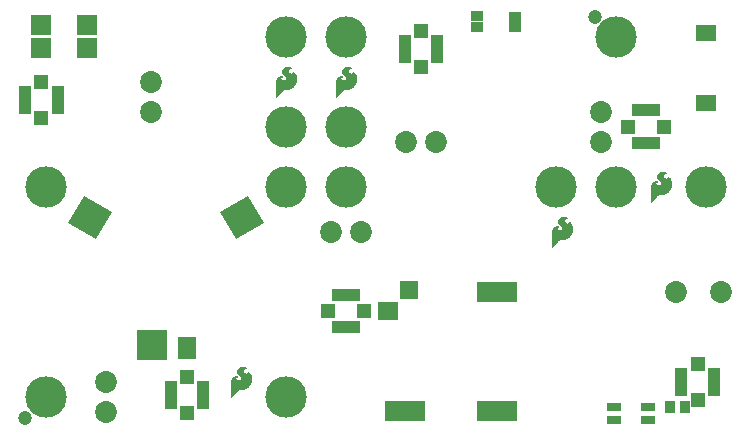
<source format=gts>
G75*
%MOIN*%
%OFA0B0*%
%FSLAX25Y25*%
%IPPOS*%
%LPD*%
%AMOC8*
5,1,8,0,0,1.08239X$1,22.5*
%
%ADD10C,0.13800*%
%ADD11C,0.04737*%
%ADD12R,0.04146X0.09461*%
%ADD13R,0.04737X0.04934*%
%ADD14R,0.10249X0.10249*%
%ADD15R,0.10643X0.10643*%
%ADD16R,0.06312X0.07650*%
%ADD17R,0.13398X0.07099*%
%ADD18R,0.05918X0.05997*%
%ADD19R,0.07139X0.05918*%
%ADD20R,0.09461X0.04146*%
%ADD21R,0.04934X0.04737*%
%ADD22R,0.05131X0.02769*%
%ADD23R,0.03556X0.04343*%
%ADD24R,0.06863X0.06863*%
%ADD25R,0.07139X0.05721*%
%ADD26R,0.03950X0.07099*%
%ADD27R,0.03950X0.03359*%
%ADD28C,0.00300*%
%ADD29C,0.07300*%
D10*
X0103333Y0165000D03*
X0183333Y0165000D03*
X0183333Y0235000D03*
X0203333Y0235000D03*
X0203333Y0255000D03*
X0183333Y0255000D03*
X0183333Y0285000D03*
X0203333Y0285000D03*
X0273333Y0235000D03*
X0293333Y0235000D03*
X0323333Y0235000D03*
X0293333Y0285000D03*
X0103333Y0235000D03*
D11*
X0096333Y0158000D03*
X0286333Y0291500D03*
D12*
X0233747Y0281000D03*
X0222920Y0281000D03*
X0107247Y0264000D03*
X0096420Y0264000D03*
X0144920Y0165500D03*
X0155747Y0165500D03*
X0315148Y0170000D03*
X0325975Y0170000D03*
D13*
X0320562Y0163996D03*
X0320562Y0176004D03*
X0228333Y0274996D03*
X0228333Y0287004D03*
X0101833Y0270004D03*
X0101833Y0257996D03*
X0150333Y0171504D03*
X0150333Y0159496D03*
D14*
X0138609Y0182323D03*
D15*
G36*
X0125234Y0226593D02*
X0119913Y0217378D01*
X0110698Y0222699D01*
X0116019Y0231914D01*
X0125234Y0226593D01*
G37*
G36*
X0166753Y0217378D02*
X0161432Y0226593D01*
X0170647Y0231914D01*
X0175968Y0222699D01*
X0166753Y0217378D01*
G37*
D16*
X0150223Y0181339D03*
D17*
X0222959Y0160079D03*
X0253707Y0160079D03*
X0253707Y0199921D03*
D18*
X0224377Y0200472D03*
D19*
X0217349Y0193386D03*
D20*
X0203333Y0188087D03*
X0203333Y0198913D03*
X0303333Y0249587D03*
X0303333Y0260413D03*
D21*
X0297329Y0255000D03*
X0309337Y0255000D03*
X0209337Y0193500D03*
X0197329Y0193500D03*
D22*
X0292625Y0161665D03*
X0292625Y0157335D03*
X0304042Y0157335D03*
X0304042Y0161665D03*
D23*
X0311274Y0161500D03*
X0316392Y0161500D03*
D24*
X0117010Y0281181D03*
X0117010Y0288819D03*
X0101656Y0288819D03*
X0101656Y0281181D03*
D25*
X0323333Y0286311D03*
X0323333Y0262689D03*
D26*
X0259633Y0290000D03*
D27*
X0247034Y0288130D03*
X0247034Y0291870D03*
D28*
X0206432Y0272319D02*
X0206156Y0272752D01*
X0205841Y0273106D01*
X0205526Y0273303D01*
X0205526Y0272949D01*
X0205487Y0272831D01*
X0205448Y0272752D01*
X0205329Y0272634D01*
X0205211Y0272594D01*
X0205093Y0272594D01*
X0204778Y0272673D01*
X0204621Y0272752D01*
X0204503Y0272831D01*
X0204345Y0272949D01*
X0204109Y0273185D01*
X0203951Y0273421D01*
X0203912Y0273579D01*
X0203912Y0273815D01*
X0203951Y0273933D01*
X0203991Y0274012D01*
X0204070Y0274130D01*
X0204227Y0274248D01*
X0204385Y0274327D01*
X0204581Y0274366D01*
X0204739Y0274406D01*
X0204975Y0274406D01*
X0205054Y0274366D01*
X0205093Y0274366D01*
X0205054Y0274406D01*
X0204896Y0274524D01*
X0204345Y0274799D01*
X0203991Y0274878D01*
X0203597Y0274878D01*
X0203164Y0274799D01*
X0202731Y0274563D01*
X0202377Y0274287D01*
X0202180Y0273972D01*
X0202062Y0273618D01*
X0202062Y0273303D01*
X0202140Y0272949D01*
X0202337Y0272594D01*
X0202613Y0272280D01*
X0202928Y0271925D01*
X0203203Y0271650D01*
X0203322Y0271335D01*
X0203322Y0271059D01*
X0203243Y0270823D01*
X0203085Y0270626D01*
X0202849Y0270469D01*
X0202534Y0270390D01*
X0202219Y0270390D01*
X0202022Y0270429D01*
X0201825Y0270508D01*
X0201589Y0270744D01*
X0201510Y0270862D01*
X0201471Y0270980D01*
X0201471Y0271138D01*
X0201510Y0271256D01*
X0201747Y0271492D01*
X0201865Y0271531D01*
X0202022Y0271610D01*
X0202062Y0271650D01*
X0201904Y0271728D01*
X0201432Y0271728D01*
X0201196Y0271689D01*
X0200999Y0271650D01*
X0200802Y0271571D01*
X0200644Y0271453D01*
X0200448Y0271295D01*
X0200211Y0270902D01*
X0200133Y0270626D01*
X0200093Y0270311D01*
X0200093Y0264917D01*
X0200290Y0265114D01*
X0200408Y0265311D01*
X0200605Y0265508D01*
X0200802Y0265744D01*
X0201274Y0266217D01*
X0201747Y0266768D01*
X0202140Y0267161D01*
X0202534Y0267398D01*
X0202770Y0267437D01*
X0203518Y0267437D01*
X0203991Y0267516D01*
X0204424Y0267634D01*
X0204818Y0267791D01*
X0205211Y0268028D01*
X0205526Y0268303D01*
X0205841Y0268618D01*
X0206117Y0268972D01*
X0206510Y0269681D01*
X0206707Y0270429D01*
X0206747Y0271098D01*
X0206629Y0271728D01*
X0206432Y0272319D01*
X0206433Y0272315D02*
X0202582Y0272315D01*
X0202327Y0272613D02*
X0205017Y0272613D01*
X0205268Y0272613D02*
X0206244Y0272613D01*
X0206014Y0272912D02*
X0205514Y0272912D01*
X0205526Y0273210D02*
X0205675Y0273210D01*
X0204394Y0272912D02*
X0202161Y0272912D01*
X0202082Y0273210D02*
X0204092Y0273210D01*
X0203930Y0273509D02*
X0202062Y0273509D01*
X0202125Y0273808D02*
X0203912Y0273808D01*
X0204054Y0274106D02*
X0202263Y0274106D01*
X0202527Y0274405D02*
X0204735Y0274405D01*
X0204977Y0274405D02*
X0205055Y0274405D01*
X0204537Y0274703D02*
X0202988Y0274703D01*
X0202847Y0272016D02*
X0206533Y0272016D01*
X0206631Y0271718D02*
X0203135Y0271718D01*
X0203290Y0271419D02*
X0206687Y0271419D01*
X0206743Y0271121D02*
X0203322Y0271121D01*
X0203242Y0270822D02*
X0206730Y0270822D01*
X0206713Y0270524D02*
X0202932Y0270524D01*
X0201809Y0270524D02*
X0200120Y0270524D01*
X0200093Y0270225D02*
X0206654Y0270225D01*
X0206575Y0269927D02*
X0200093Y0269927D01*
X0200093Y0269628D02*
X0206481Y0269628D01*
X0206315Y0269330D02*
X0200093Y0269330D01*
X0200093Y0269031D02*
X0206149Y0269031D01*
X0205930Y0268733D02*
X0200093Y0268733D01*
X0200093Y0268434D02*
X0205657Y0268434D01*
X0205335Y0268136D02*
X0200093Y0268136D01*
X0200093Y0267837D02*
X0204894Y0267837D01*
X0204075Y0267539D02*
X0200093Y0267539D01*
X0200093Y0267240D02*
X0202272Y0267240D01*
X0201921Y0266942D02*
X0200093Y0266942D01*
X0200093Y0266643D02*
X0201640Y0266643D01*
X0201384Y0266345D02*
X0200093Y0266345D01*
X0200093Y0266046D02*
X0201104Y0266046D01*
X0200805Y0265748D02*
X0200093Y0265748D01*
X0200093Y0265449D02*
X0200546Y0265449D01*
X0200312Y0265151D02*
X0200093Y0265151D01*
X0200189Y0270822D02*
X0201537Y0270822D01*
X0201471Y0271121D02*
X0200343Y0271121D01*
X0200603Y0271419D02*
X0201674Y0271419D01*
X0201925Y0271718D02*
X0201369Y0271718D01*
X0186747Y0271098D02*
X0186629Y0271728D01*
X0186432Y0272319D01*
X0186156Y0272752D01*
X0185841Y0273106D01*
X0185526Y0273303D01*
X0185526Y0272949D01*
X0185487Y0272831D01*
X0185448Y0272752D01*
X0185329Y0272634D01*
X0185211Y0272594D01*
X0185093Y0272594D01*
X0184778Y0272673D01*
X0184621Y0272752D01*
X0184503Y0272831D01*
X0184345Y0272949D01*
X0184109Y0273185D01*
X0183951Y0273421D01*
X0183912Y0273579D01*
X0183912Y0273815D01*
X0183951Y0273933D01*
X0183991Y0274012D01*
X0184070Y0274130D01*
X0184227Y0274248D01*
X0184385Y0274327D01*
X0184581Y0274366D01*
X0184739Y0274406D01*
X0184975Y0274406D01*
X0185054Y0274366D01*
X0185093Y0274366D01*
X0185054Y0274406D01*
X0184896Y0274524D01*
X0184345Y0274799D01*
X0183991Y0274878D01*
X0183597Y0274878D01*
X0183164Y0274799D01*
X0182731Y0274563D01*
X0182377Y0274287D01*
X0182180Y0273972D01*
X0182062Y0273618D01*
X0182062Y0273303D01*
X0182140Y0272949D01*
X0182337Y0272594D01*
X0182613Y0272280D01*
X0182928Y0271925D01*
X0183203Y0271650D01*
X0183322Y0271335D01*
X0183322Y0271059D01*
X0183243Y0270823D01*
X0183085Y0270626D01*
X0182849Y0270469D01*
X0182534Y0270390D01*
X0182219Y0270390D01*
X0182022Y0270429D01*
X0181825Y0270508D01*
X0181589Y0270744D01*
X0181510Y0270862D01*
X0181471Y0270980D01*
X0181471Y0271138D01*
X0181510Y0271256D01*
X0181747Y0271492D01*
X0181865Y0271531D01*
X0182022Y0271610D01*
X0182062Y0271650D01*
X0181904Y0271728D01*
X0181432Y0271728D01*
X0181196Y0271689D01*
X0180999Y0271650D01*
X0180802Y0271571D01*
X0180644Y0271453D01*
X0180448Y0271295D01*
X0180211Y0270902D01*
X0180133Y0270626D01*
X0180093Y0270311D01*
X0180093Y0264917D01*
X0180290Y0265114D01*
X0180408Y0265311D01*
X0180605Y0265508D01*
X0180802Y0265744D01*
X0181274Y0266217D01*
X0181747Y0266768D01*
X0182140Y0267161D01*
X0182534Y0267398D01*
X0182770Y0267437D01*
X0183518Y0267437D01*
X0183991Y0267516D01*
X0184424Y0267634D01*
X0184818Y0267791D01*
X0185211Y0268028D01*
X0185526Y0268303D01*
X0185841Y0268618D01*
X0186117Y0268972D01*
X0186510Y0269681D01*
X0186707Y0270429D01*
X0186747Y0271098D01*
X0186743Y0271121D02*
X0183322Y0271121D01*
X0183290Y0271419D02*
X0186687Y0271419D01*
X0186631Y0271718D02*
X0183135Y0271718D01*
X0182847Y0272016D02*
X0186533Y0272016D01*
X0186433Y0272315D02*
X0182582Y0272315D01*
X0182327Y0272613D02*
X0185017Y0272613D01*
X0185268Y0272613D02*
X0186244Y0272613D01*
X0186014Y0272912D02*
X0185514Y0272912D01*
X0185526Y0273210D02*
X0185675Y0273210D01*
X0184394Y0272912D02*
X0182161Y0272912D01*
X0182082Y0273210D02*
X0184092Y0273210D01*
X0183930Y0273509D02*
X0182062Y0273509D01*
X0182125Y0273808D02*
X0183912Y0273808D01*
X0184054Y0274106D02*
X0182263Y0274106D01*
X0182527Y0274405D02*
X0184735Y0274405D01*
X0184977Y0274405D02*
X0185055Y0274405D01*
X0184537Y0274703D02*
X0182988Y0274703D01*
X0181925Y0271718D02*
X0181369Y0271718D01*
X0181674Y0271419D02*
X0180603Y0271419D01*
X0180343Y0271121D02*
X0181471Y0271121D01*
X0181537Y0270822D02*
X0180189Y0270822D01*
X0180120Y0270524D02*
X0181809Y0270524D01*
X0182932Y0270524D02*
X0186713Y0270524D01*
X0186730Y0270822D02*
X0183242Y0270822D01*
X0180093Y0270225D02*
X0186654Y0270225D01*
X0186575Y0269927D02*
X0180093Y0269927D01*
X0180093Y0269628D02*
X0186481Y0269628D01*
X0186315Y0269330D02*
X0180093Y0269330D01*
X0180093Y0269031D02*
X0186149Y0269031D01*
X0185930Y0268733D02*
X0180093Y0268733D01*
X0180093Y0268434D02*
X0185657Y0268434D01*
X0185335Y0268136D02*
X0180093Y0268136D01*
X0180093Y0267837D02*
X0184894Y0267837D01*
X0184075Y0267539D02*
X0180093Y0267539D01*
X0180093Y0267240D02*
X0182272Y0267240D01*
X0181921Y0266942D02*
X0180093Y0266942D01*
X0180093Y0266643D02*
X0181640Y0266643D01*
X0181384Y0266345D02*
X0180093Y0266345D01*
X0180093Y0266046D02*
X0181104Y0266046D01*
X0180805Y0265748D02*
X0180093Y0265748D01*
X0180093Y0265449D02*
X0180546Y0265449D01*
X0180312Y0265151D02*
X0180093Y0265151D01*
X0272211Y0220902D02*
X0272133Y0220626D01*
X0272093Y0220311D01*
X0272093Y0214917D01*
X0272290Y0215114D01*
X0272408Y0215311D01*
X0272605Y0215508D01*
X0272802Y0215744D01*
X0273274Y0216217D01*
X0273747Y0216768D01*
X0274140Y0217161D01*
X0274534Y0217398D01*
X0274770Y0217437D01*
X0275518Y0217437D01*
X0275991Y0217516D01*
X0276424Y0217634D01*
X0276818Y0217791D01*
X0277211Y0218028D01*
X0277526Y0218303D01*
X0277841Y0218618D01*
X0278117Y0218972D01*
X0278510Y0219681D01*
X0278707Y0220429D01*
X0278747Y0221098D01*
X0278629Y0221728D01*
X0278432Y0222319D01*
X0278156Y0222752D01*
X0277841Y0223106D01*
X0277526Y0223303D01*
X0277526Y0222949D01*
X0277487Y0222831D01*
X0277448Y0222752D01*
X0277329Y0222634D01*
X0277211Y0222594D01*
X0277093Y0222594D01*
X0276778Y0222673D01*
X0276621Y0222752D01*
X0276503Y0222831D01*
X0276345Y0222949D01*
X0276109Y0223185D01*
X0275951Y0223421D01*
X0275912Y0223579D01*
X0275912Y0223815D01*
X0275951Y0223933D01*
X0275991Y0224012D01*
X0276070Y0224130D01*
X0276227Y0224248D01*
X0276385Y0224327D01*
X0276581Y0224366D01*
X0276739Y0224406D01*
X0276975Y0224406D01*
X0277054Y0224366D01*
X0277093Y0224366D01*
X0277054Y0224406D01*
X0276896Y0224524D01*
X0276345Y0224799D01*
X0275991Y0224878D01*
X0275597Y0224878D01*
X0275164Y0224799D01*
X0274731Y0224563D01*
X0274377Y0224287D01*
X0274180Y0223972D01*
X0274062Y0223618D01*
X0274062Y0223303D01*
X0274140Y0222949D01*
X0274337Y0222594D01*
X0274613Y0222280D01*
X0274928Y0221925D01*
X0275203Y0221650D01*
X0275322Y0221335D01*
X0275322Y0221059D01*
X0275243Y0220823D01*
X0275085Y0220626D01*
X0274849Y0220469D01*
X0274534Y0220390D01*
X0274219Y0220390D01*
X0274022Y0220429D01*
X0273825Y0220508D01*
X0273589Y0220744D01*
X0273510Y0220862D01*
X0273471Y0220980D01*
X0273471Y0221138D01*
X0273510Y0221256D01*
X0273747Y0221492D01*
X0273865Y0221531D01*
X0274022Y0221610D01*
X0274062Y0221650D01*
X0273904Y0221728D01*
X0273432Y0221728D01*
X0273196Y0221689D01*
X0272999Y0221650D01*
X0272802Y0221571D01*
X0272644Y0221453D01*
X0272448Y0221295D01*
X0272211Y0220902D01*
X0272253Y0220971D02*
X0273474Y0220971D01*
X0273524Y0221270D02*
X0272432Y0221270D01*
X0272798Y0221568D02*
X0273938Y0221568D01*
X0273661Y0220672D02*
X0272146Y0220672D01*
X0272101Y0220374D02*
X0278693Y0220374D01*
X0278722Y0220672D02*
X0275123Y0220672D01*
X0275292Y0220971D02*
X0278739Y0220971D01*
X0278715Y0221270D02*
X0275322Y0221270D01*
X0275234Y0221568D02*
X0278659Y0221568D01*
X0278583Y0221867D02*
X0274986Y0221867D01*
X0274715Y0222165D02*
X0278483Y0222165D01*
X0278340Y0222464D02*
X0274452Y0222464D01*
X0274244Y0222762D02*
X0276606Y0222762D01*
X0276233Y0223061D02*
X0274116Y0223061D01*
X0274062Y0223359D02*
X0275993Y0223359D01*
X0275912Y0223658D02*
X0274075Y0223658D01*
X0274174Y0223956D02*
X0275963Y0223956D01*
X0276240Y0224255D02*
X0274356Y0224255D01*
X0274718Y0224553D02*
X0276837Y0224553D01*
X0276109Y0224852D02*
X0275452Y0224852D01*
X0277526Y0223061D02*
X0277882Y0223061D01*
X0278147Y0222762D02*
X0277453Y0222762D01*
X0278614Y0220075D02*
X0272093Y0220075D01*
X0272093Y0219777D02*
X0278536Y0219777D01*
X0278398Y0219478D02*
X0272093Y0219478D01*
X0272093Y0219180D02*
X0278232Y0219180D01*
X0278046Y0218881D02*
X0272093Y0218881D01*
X0272093Y0218583D02*
X0277806Y0218583D01*
X0277505Y0218284D02*
X0272093Y0218284D01*
X0272093Y0217986D02*
X0277142Y0217986D01*
X0276558Y0217687D02*
X0272093Y0217687D01*
X0272093Y0217389D02*
X0274519Y0217389D01*
X0274069Y0217090D02*
X0272093Y0217090D01*
X0272093Y0216792D02*
X0273771Y0216792D01*
X0273512Y0216493D02*
X0272093Y0216493D01*
X0272093Y0216195D02*
X0273253Y0216195D01*
X0272954Y0215896D02*
X0272093Y0215896D01*
X0272093Y0215598D02*
X0272680Y0215598D01*
X0272401Y0215299D02*
X0272093Y0215299D01*
X0272093Y0215001D02*
X0272177Y0215001D01*
X0305093Y0229917D02*
X0305290Y0230114D01*
X0305408Y0230311D01*
X0305605Y0230508D01*
X0305802Y0230744D01*
X0306274Y0231217D01*
X0306747Y0231768D01*
X0307140Y0232161D01*
X0307534Y0232398D01*
X0307770Y0232437D01*
X0308518Y0232437D01*
X0308991Y0232516D01*
X0309424Y0232634D01*
X0309818Y0232791D01*
X0310211Y0233028D01*
X0310526Y0233303D01*
X0310841Y0233618D01*
X0311117Y0233972D01*
X0311510Y0234681D01*
X0311707Y0235429D01*
X0311747Y0236098D01*
X0311629Y0236728D01*
X0311432Y0237319D01*
X0311156Y0237752D01*
X0310841Y0238106D01*
X0310526Y0238303D01*
X0310526Y0237949D01*
X0310487Y0237831D01*
X0310448Y0237752D01*
X0310329Y0237634D01*
X0310211Y0237594D01*
X0310093Y0237594D01*
X0309778Y0237673D01*
X0309621Y0237752D01*
X0309503Y0237831D01*
X0309345Y0237949D01*
X0309109Y0238185D01*
X0308951Y0238421D01*
X0308912Y0238579D01*
X0308912Y0238815D01*
X0308951Y0238933D01*
X0308991Y0239012D01*
X0309070Y0239130D01*
X0309227Y0239248D01*
X0309385Y0239327D01*
X0309581Y0239366D01*
X0309739Y0239406D01*
X0309975Y0239406D01*
X0310054Y0239366D01*
X0310093Y0239366D01*
X0310054Y0239406D01*
X0309896Y0239524D01*
X0309345Y0239799D01*
X0308991Y0239878D01*
X0308597Y0239878D01*
X0308164Y0239799D01*
X0307731Y0239563D01*
X0307377Y0239287D01*
X0307180Y0238972D01*
X0307062Y0238618D01*
X0307062Y0238303D01*
X0307140Y0237949D01*
X0307337Y0237594D01*
X0307613Y0237280D01*
X0307928Y0236925D01*
X0308203Y0236650D01*
X0308322Y0236335D01*
X0308322Y0236059D01*
X0308243Y0235823D01*
X0308085Y0235626D01*
X0307849Y0235469D01*
X0307534Y0235390D01*
X0307219Y0235390D01*
X0307022Y0235429D01*
X0306825Y0235508D01*
X0306589Y0235744D01*
X0306510Y0235862D01*
X0306471Y0235980D01*
X0306471Y0236138D01*
X0306510Y0236256D01*
X0306747Y0236492D01*
X0306865Y0236531D01*
X0307022Y0236610D01*
X0307062Y0236650D01*
X0306904Y0236728D01*
X0306432Y0236728D01*
X0306196Y0236689D01*
X0305999Y0236650D01*
X0305802Y0236571D01*
X0305644Y0236453D01*
X0305448Y0236295D01*
X0305211Y0235902D01*
X0305133Y0235626D01*
X0305093Y0235311D01*
X0305093Y0229917D01*
X0305093Y0229926D02*
X0305102Y0229926D01*
X0305093Y0230225D02*
X0305356Y0230225D01*
X0305618Y0230523D02*
X0305093Y0230523D01*
X0305093Y0230822D02*
X0305880Y0230822D01*
X0306178Y0231120D02*
X0305093Y0231120D01*
X0305093Y0231419D02*
X0306448Y0231419D01*
X0306704Y0231717D02*
X0305093Y0231717D01*
X0305093Y0232016D02*
X0306995Y0232016D01*
X0307395Y0232314D02*
X0305093Y0232314D01*
X0305093Y0232613D02*
X0309347Y0232613D01*
X0310018Y0232911D02*
X0305093Y0232911D01*
X0305093Y0233210D02*
X0310420Y0233210D01*
X0310732Y0233508D02*
X0305093Y0233508D01*
X0305093Y0233807D02*
X0310988Y0233807D01*
X0311191Y0234105D02*
X0305093Y0234105D01*
X0305093Y0234404D02*
X0311357Y0234404D01*
X0311516Y0234703D02*
X0305093Y0234703D01*
X0305093Y0235001D02*
X0311595Y0235001D01*
X0311673Y0235300D02*
X0305093Y0235300D01*
X0305129Y0235598D02*
X0306735Y0235598D01*
X0306499Y0235897D02*
X0305210Y0235897D01*
X0305387Y0236195D02*
X0306490Y0236195D01*
X0306751Y0236494D02*
X0305699Y0236494D01*
X0307286Y0237688D02*
X0309749Y0237688D01*
X0309308Y0237986D02*
X0307132Y0237986D01*
X0307066Y0238285D02*
X0309043Y0238285D01*
X0308912Y0238583D02*
X0307062Y0238583D01*
X0307150Y0238882D02*
X0308934Y0238882D01*
X0309137Y0239180D02*
X0307310Y0239180D01*
X0307623Y0239479D02*
X0309956Y0239479D01*
X0309389Y0239777D02*
X0308124Y0239777D01*
X0307517Y0237389D02*
X0311387Y0237389D01*
X0311508Y0237091D02*
X0307781Y0237091D01*
X0308061Y0236792D02*
X0311607Y0236792D01*
X0311673Y0236494D02*
X0308262Y0236494D01*
X0308322Y0236195D02*
X0311729Y0236195D01*
X0311735Y0235897D02*
X0308267Y0235897D01*
X0308043Y0235598D02*
X0311717Y0235598D01*
X0311197Y0237688D02*
X0310383Y0237688D01*
X0310526Y0237986D02*
X0310948Y0237986D01*
X0310556Y0238285D02*
X0310526Y0238285D01*
X0171432Y0172319D02*
X0171156Y0172752D01*
X0170841Y0173106D01*
X0170526Y0173303D01*
X0170526Y0172949D01*
X0170487Y0172831D01*
X0170448Y0172752D01*
X0170329Y0172634D01*
X0170211Y0172594D01*
X0170093Y0172594D01*
X0169778Y0172673D01*
X0169621Y0172752D01*
X0169503Y0172831D01*
X0169345Y0172949D01*
X0169109Y0173185D01*
X0168951Y0173421D01*
X0168912Y0173579D01*
X0168912Y0173815D01*
X0168951Y0173933D01*
X0168991Y0174012D01*
X0169070Y0174130D01*
X0169227Y0174248D01*
X0169385Y0174327D01*
X0169581Y0174366D01*
X0169739Y0174406D01*
X0169975Y0174406D01*
X0170054Y0174366D01*
X0170093Y0174366D01*
X0170054Y0174406D01*
X0169896Y0174524D01*
X0169345Y0174799D01*
X0168991Y0174878D01*
X0168597Y0174878D01*
X0168164Y0174799D01*
X0167731Y0174563D01*
X0167377Y0174287D01*
X0167180Y0173972D01*
X0167062Y0173618D01*
X0167062Y0173303D01*
X0167140Y0172949D01*
X0167337Y0172594D01*
X0167613Y0172280D01*
X0167928Y0171925D01*
X0168203Y0171650D01*
X0168322Y0171335D01*
X0168322Y0171059D01*
X0168243Y0170823D01*
X0168085Y0170626D01*
X0167849Y0170469D01*
X0167534Y0170390D01*
X0167219Y0170390D01*
X0167022Y0170429D01*
X0166825Y0170508D01*
X0166589Y0170744D01*
X0166510Y0170862D01*
X0166471Y0170980D01*
X0166471Y0171138D01*
X0166510Y0171256D01*
X0166747Y0171492D01*
X0166865Y0171531D01*
X0167022Y0171610D01*
X0167062Y0171650D01*
X0166904Y0171728D01*
X0166432Y0171728D01*
X0166196Y0171689D01*
X0165999Y0171650D01*
X0165802Y0171571D01*
X0165644Y0171453D01*
X0165448Y0171295D01*
X0165211Y0170902D01*
X0165133Y0170626D01*
X0165093Y0170311D01*
X0165093Y0164917D01*
X0165290Y0165114D01*
X0165408Y0165311D01*
X0165605Y0165508D01*
X0165802Y0165744D01*
X0166274Y0166217D01*
X0166747Y0166768D01*
X0167140Y0167161D01*
X0167534Y0167398D01*
X0167770Y0167437D01*
X0168518Y0167437D01*
X0168991Y0167516D01*
X0169424Y0167634D01*
X0169818Y0167791D01*
X0170211Y0168028D01*
X0170526Y0168303D01*
X0170841Y0168618D01*
X0171117Y0168972D01*
X0171510Y0169681D01*
X0171707Y0170429D01*
X0171747Y0171098D01*
X0171629Y0171728D01*
X0171432Y0172319D01*
X0171434Y0172314D02*
X0167583Y0172314D01*
X0167327Y0172612D02*
X0170022Y0172612D01*
X0170264Y0172612D02*
X0171245Y0172612D01*
X0171015Y0172911D02*
X0170514Y0172911D01*
X0170526Y0173209D02*
X0170677Y0173209D01*
X0169396Y0172911D02*
X0167162Y0172911D01*
X0167083Y0173209D02*
X0169093Y0173209D01*
X0168930Y0173508D02*
X0167062Y0173508D01*
X0167124Y0173806D02*
X0168912Y0173806D01*
X0169053Y0174105D02*
X0167262Y0174105D01*
X0167526Y0174403D02*
X0169730Y0174403D01*
X0169980Y0174403D02*
X0170056Y0174403D01*
X0169540Y0174702D02*
X0167985Y0174702D01*
X0167848Y0172015D02*
X0171533Y0172015D01*
X0171631Y0171717D02*
X0168136Y0171717D01*
X0168290Y0171418D02*
X0171687Y0171418D01*
X0171743Y0171120D02*
X0168322Y0171120D01*
X0168241Y0170821D02*
X0171730Y0170821D01*
X0171713Y0170523D02*
X0167930Y0170523D01*
X0166811Y0170523D02*
X0165120Y0170523D01*
X0165093Y0170224D02*
X0171653Y0170224D01*
X0171575Y0169926D02*
X0165093Y0169926D01*
X0165093Y0169627D02*
X0171480Y0169627D01*
X0171315Y0169329D02*
X0165093Y0169329D01*
X0165093Y0169030D02*
X0171149Y0169030D01*
X0170929Y0168732D02*
X0165093Y0168732D01*
X0165093Y0168433D02*
X0170656Y0168433D01*
X0170333Y0168134D02*
X0165093Y0168134D01*
X0165093Y0167836D02*
X0169892Y0167836D01*
X0169070Y0167537D02*
X0165093Y0167537D01*
X0165093Y0167239D02*
X0167270Y0167239D01*
X0166919Y0166940D02*
X0165093Y0166940D01*
X0165093Y0166642D02*
X0166639Y0166642D01*
X0166383Y0166343D02*
X0165093Y0166343D01*
X0165093Y0166045D02*
X0166103Y0166045D01*
X0165804Y0165746D02*
X0165093Y0165746D01*
X0165093Y0165448D02*
X0165545Y0165448D01*
X0165311Y0165149D02*
X0165093Y0165149D01*
X0165188Y0170821D02*
X0166538Y0170821D01*
X0166471Y0171120D02*
X0165342Y0171120D01*
X0165601Y0171418D02*
X0166673Y0171418D01*
X0166928Y0171717D02*
X0166361Y0171717D01*
D29*
X0123333Y0170000D03*
X0123333Y0160000D03*
X0198333Y0220000D03*
X0208333Y0220000D03*
X0223333Y0250000D03*
X0233333Y0250000D03*
X0288333Y0250000D03*
X0288333Y0260000D03*
X0313333Y0200000D03*
X0328333Y0200000D03*
X0138333Y0260000D03*
X0138333Y0270000D03*
M02*

</source>
